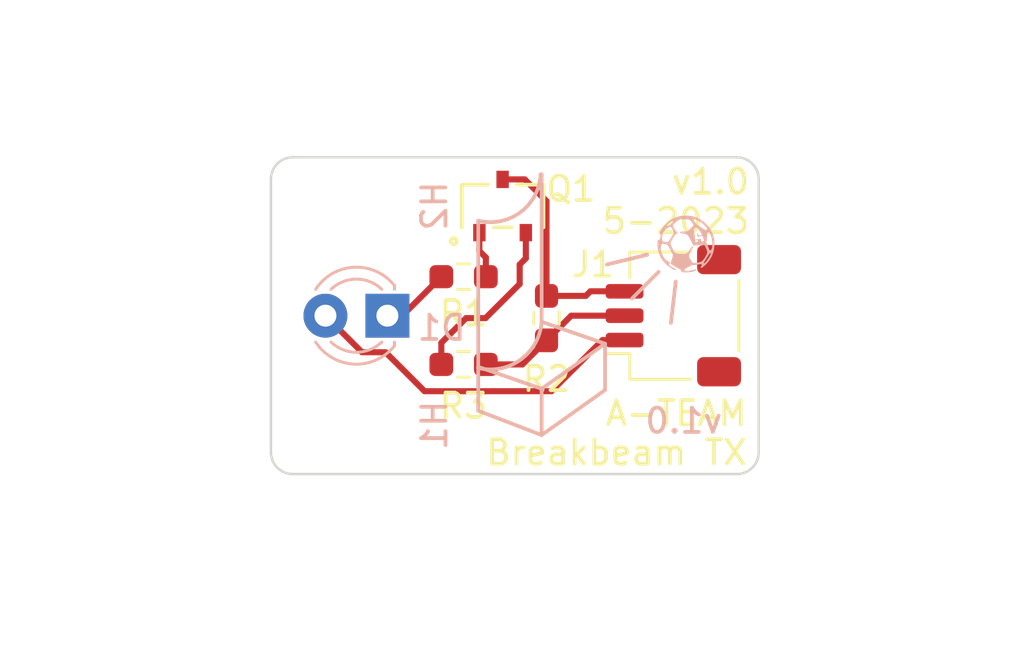
<source format=kicad_pcb>
(kicad_pcb (version 20221018) (generator pcbnew)
  (layers (0 "F.Cu" signal) (31 "B.Cu" signal) (34 "B.Paste" user) (35 "F.Paste" user) (36 "B.SilkS" user "B.Silkscreen") (37 "F.SilkS" user "F.Silkscreen") (38 "B.Mask" user) (39 "F.Mask" user) (44 "Edge.Cuts" user))
  (net 0 "")
  (net 1 "Net-(D1-K)")
  (net 2 "+3.3V")
  (net 3 "BALL_TX")
  (net 4 "GND")
  (net 5 "Net-(Q1-D)")
  (net 6 "Net-(Q1-G)")
  (footprint "Resistor_SMD:R_0603_1608Metric_Pad0.98x0.95mm_HandSolder" (layer "F.Cu") (at 126.4 61.9)
    (fp_text reference "R1" (at 0 1.5) (layer "F.SilkS") (effects (font (thickness 0.153))))
    (fp_text value "36" hide)
    (fp_line (start -0.254724 -0.5225) (end 0.254724 -0.5225) (stroke (width 0.12)) (layer "F.SilkS"))
    (fp_line (start -0.254724 0.5225) (end 0.254724 0.5225) (stroke (width 0.12)) (layer "F.SilkS"))
    (pad "1" smd roundrect (at -0.9125 0) (size 0.975 0.95) (layers "F.Cu" "F.Paste" "F.Mask") (net 1 "Net-(D1-K)"))
    (pad "2" smd roundrect (at 0.9125 0) (size 0.975 0.95) (layers "F.Cu" "F.Paste" "F.Mask") (net 5 "Net-(Q1-D)"))
  )
  (footprint "Connector_JST:JST_SH_SM03B-SRSS-TB_1x03-1MP_P1.00mm_Horizontal" (layer "F.Cu") (at 135 63.5 90)
    (fp_text reference "J1" (at 2.1 -3.3 180) (layer "F.SilkS") (effects (font (thickness 0.153))))
    (fp_text value "Conn_01x03" hide)
    (fp_line (start -2.61 -1.785) (end -1.56 -1.785) (stroke (width 0.12)) (layer "F.SilkS"))
    (fp_line (start -2.61 0.715) (end -2.61 -1.785) (stroke (width 0.12)) (layer "F.SilkS"))
    (fp_line (start -1.56 -1.785) (end -1.56 -2.775) (stroke (width 0.12)) (layer "F.SilkS"))
    (fp_line (start -1.44 2.685) (end 1.44 2.685) (stroke (width 0.12)) (layer "F.SilkS"))
    (fp_line (start 2.61 -1.785) (end 1.56 -1.785) (stroke (width 0.12)) (layer "F.SilkS"))
    (fp_line (start 2.61 0.715) (end 2.61 -1.785) (stroke (width 0.12)) (layer "F.SilkS"))
    (pad "1" smd roundrect (at -1 -2 90) (size 0.6 1.55) (layers "F.Cu" "F.Paste" "F.Mask") (net 2 "+3.3V"))
    (pad "2" smd roundrect (at 0 -2 90) (size 0.6 1.55) (layers "F.Cu" "F.Paste" "F.Mask") (net 3 "BALL_TX"))
    (pad "3" smd roundrect (at 1 -2 90) (size 0.6 1.55) (layers "F.Cu" "F.Paste" "F.Mask") (net 4 "GND"))
    (pad "MP" smd roundrect (at -2.3 1.875 90) (size 1.2 1.8) (layers "F.Cu" "F.Paste" "F.Mask") (roundrect_rratio 0.2083333333))
    (pad "MP" smd roundrect (at 2.3 1.875 90) (size 1.2 1.8) (layers "F.Cu" "F.Paste" "F.Mask") (roundrect_rratio 0.2083333333))
  )
  (footprint "Resistor_SMD:R_0603_1608Metric_Pad0.98x0.95mm_HandSolder" (layer "F.Cu") (at 129.8 63.6 90)
    (fp_text reference "R2" (at -2.5 0 180) (layer "F.SilkS") (effects (font (thickness 0.153))))
    (fp_text value "10k" hide)
    (fp_line (start -0.254724 -0.5225) (end 0.254724 -0.5225) (stroke (width 0.12)) (layer "F.SilkS"))
    (fp_line (start -0.254724 0.5225) (end 0.254724 0.5225) (stroke (width 0.12)) (layer "F.SilkS"))
    (pad "1" smd roundrect (at -0.9125 0 90) (size 0.975 0.95) (layers "F.Cu" "F.Paste" "F.Mask") (net 3 "BALL_TX"))
    (pad "2" smd roundrect (at 0.9125 0 90) (size 0.975 0.95) (layers "F.Cu" "F.Paste" "F.Mask") (net 4 "GND"))
  )
  (footprint "Resistor_SMD:R_0603_1608Metric_Pad0.98x0.95mm_HandSolder" (layer "F.Cu") (at 126.4 65.5 180)
    (fp_text reference "R3" (at 0 -1.7) (layer "F.SilkS") (effects (font (thickness 0.153))))
    (fp_text value "100" hide)
    (fp_line (start -0.254724 -0.5225) (end 0.254724 -0.5225) (stroke (width 0.12)) (layer "F.SilkS"))
    (fp_line (start -0.254724 0.5225) (end 0.254724 0.5225) (stroke (width 0.12)) (layer "F.SilkS"))
    (pad "1" smd roundrect (at -0.9125 0 180) (size 0.975 0.95) (layers "F.Cu" "F.Paste" "F.Mask") (net 3 "BALL_TX"))
    (pad "2" smd roundrect (at 0.9125 0 180) (size 0.975 0.95) (layers "F.Cu" "F.Paste" "F.Mask") (net 6 "Net-(Q1-G)"))
  )
  (footprint "MountingHole:MountingHole_2.2mm_M2" (layer "F.Cu") (at 122 68 -90)
    (fp_text reference "H1" (at 0 -3.2 90) (layer "B.SilkS") (effects (font (thickness 0.153)) (justify mirror)))
    (fp_text value "MountingHole" hide)
    (pad "" np_thru_hole circle (at 0 0 270) (size 2.2 2.2) (drill 2.2) (layers "*.Cu" "*.Mask"))
  )
  (footprint "MountingHole:MountingHole_2.2mm_M2" (layer "F.Cu") (at 122 59 -90)
    (fp_text reference "H2" (at 0 -3.2 90) (layer "B.SilkS") (effects (font (thickness 0.153)) (justify mirror)))
    (fp_text value "MountingHole" hide)
    (pad "" np_thru_hole circle (at 0 0 270) (size 2.2 2.2) (drill 2.2) (layers "*.Cu" "*.Mask"))
  )
  (footprint "breakbeam-emitter:SOT23-3_ROM-L" (layer "F.Cu") (at 128 59)
    (fp_text reference "Q1" (at 2.8 -0.7 unlocked) (layer "F.SilkS") (effects (font (thickness 0.153))))
    (fp_text value "RUC002N05T116" hide)
    (fp_line (start -1.6764 -0.8763) (end -1.6764 0.8763) (stroke (width 0.1524)) (layer "F.SilkS"))
    (fp_line (start -0.58674 -0.8763) (end -1.6764 -0.8763) (stroke (width 0.1524)) (layer "F.SilkS"))
    (fp_line (start -0.36576 0.8763) (end 0.36576 0.8763) (stroke (width 0.1524)) (layer "F.SilkS"))
    (fp_line (start 1.6764 -0.8763) (end 0.58674 -0.8763) (stroke (width 0.1524)) (layer "F.SilkS"))
    (fp_line (start 1.6764 0.8763) (end 1.6764 -0.8763) (stroke (width 0.1524)) (layer "F.SilkS"))
    (fp_circle (center -2.003837 1.443624) (end -1.876837 1.443624) (stroke (width 0.1524)) (fill none) (layer "F.SilkS"))
    (pad "1" smd rect (at -0.9525 1.0922) (size 0.508 0.7112) (layers "F.Cu" "F.Paste" "F.Mask") (net 5 "Net-(Q1-D)"))
    (pad "2" smd rect (at 0.9525 1.0922) (size 0.508 0.7112) (layers "F.Cu" "F.Paste" "F.Mask") (net 6 "Net-(Q1-G)"))
    (pad "3" smd rect (at 0 -1.0922) (size 0.508 0.7112) (layers "F.Cu" "F.Paste" "F.Mask") (net 4 "GND"))
  )
  (footprint "AT-Style:logo_3_mm_3_mm" (layer "B.Cu") (at 135.5 60.5 180)
    (fp_text reference "G***" hide)
    (fp_text value "LOGO" hide)
    (fp_poly (pts (xy 0.084667 1.104608) (xy 0.147904 1.099875) (xy 0.180206 1.095398) (xy 0.322169 1.061718) (xy 0.456925 1.011636) (xy 0.583926 0.945492) (xy 0.702625 0.86363) (xy 0.812473 0.766392) (xy 0.912923 0.65412) (xy 0.937606 0.622279) (xy 0.96758 0.579457) (xy 0.995872 0.533645) (xy 1.020561 0.48853) (xy 1.039727 0.447796) (xy 1.05145 0.415131) (xy 1.054204 0.398475) (xy 1.050505 0.373967) (xy 1.041173 0.343344) (xy 1.036058 0.330691) (xy 1.026275 0.304678) (xy 1.021897 0.279516) (xy 1.022111 0.248004) (xy 1.024011 0.224049) (xy 1.032764 0.173874) (xy 1.048446 0.139843) (xy 1.071494 0.121291) (xy 1.094133 0.117134) (xy 1.11474 0.112649) (xy 1.130013 0.097915) (xy 1.140723 0.071017) (xy 1.147639 0.030038) (xy 1.151479 -0.025662) (xy 1.149055 -0.14185) (xy 1.133304 -0.263808) (xy 1.105256 -0.386416) (xy 1.065944 -0.504554) (xy 1.044967 -0.554637) (xy 1.001368 -0.637177) (xy 0.944248 -0.722728) (xy 0.876763 -0.807472) (xy 0.802068 -0.887591) (xy 0.723321 -0.959267) (xy 0.68614 -0.988703) (xy 0.650923 -1.013429) (xy 0.609229 -1.039945) (xy 0.564453 -1.066397) (xy 0.519992 -1.090934) (xy 0.479244 -1.111702) (xy 0.445603 -1.12685) (xy 0.422468 -1.134525) (xy 0.41769 -1.135103) (xy 0.398369 -1.128601) (xy 0.392056 -1.111266) (xy 0.394137 -1.101175) (xy 0.403563 -1.092172) (xy 0.425342 -1.077938) (xy 0.455534 -1.060945) (xy 0.47046 -1.053236) (xy 0.514851 -1.029688) (xy 0.558935 -1.004152) (xy 0.599617 -0.978656) (xy 0.633804 -0.955229) (xy 0.658402 -0.935898) (xy 0.670318 -0.922691) (xy 0.670603 -0.922035) (xy 0.670027 -0.906629) (xy 0.662891 -0.882188) (xy 0.656894 -0.867611) (xy 0.646123 -0.84279) (xy 0.642773 -0.827688) (xy 0.646697 -0.815668) (xy 0.655489 -0.803127) (xy 0.674013 -0.786197) (xy 0.701759 -0.769103) (xy 0.717927 -0.761604) (xy 0.774833 -0.733656) (xy 0.820874 -0.698694) (xy 0.860483 -0.654807) (xy 0.884639 -0.619991) (xy 0.911635 -0.57453) (xy 0.939236 -0.522937) (xy 0.965206 -0.469727) (xy 0.98731 -0.419416) (xy 1.003314 -0.376518) (xy 1.00966 -0.353465) (xy 1.015497 -0.306736) (xy 1.01581 -0.254286) (xy 1.011248 -0.200335) (xy 1.002457 -0.149101) (xy 0.990086 -0.104805) (xy 0.974784 -0.071668) (xy 0.964418 -0.058854) (xy 0.948814 -0.048979) (xy 0.928069 -0.046231) (xy 0.902686 -0.048486) (xy 0.855094 -0.056552) (xy 0.809686 -0.067349) (xy 0.770998 -0.079553) (xy 0.743563 -0.091837) (xy 0.735843 -0.097264) (xy 0.724948 -0.111402) (xy 0.708684 -0.137747) (xy 0.689443 -0.172241) (xy 0.673638 -0.202731) (xy 0.648627 -0.251257) (xy 0.619077 -0.306529) (xy 0.589689 -0.359822) (xy 0.576051 -0.383824) (xy 0.554573 -0.4222) (xy 0.53626 -0.456967) (xy 0.523222 -0.483987) (xy 0.517815 -0.497964) (xy 0.518169 -0.515433) (xy 0.523346 -0.546033) (xy 0.532286 -0.58586) (xy 0.543932 -0.63101) (xy 0.557224 -0.677582) (xy 0.571104 -0.721672) (xy 0.584512 -0.759375) (xy 0.595883 -0.785789) (xy 0.609593 -0.820079) (xy 0.610489 -0.846657) (xy 0.598377 -0.870676) (xy 0.592427 -0.877872) (xy 0.574232 -0.89389) (xy 0.543121 -0.916456) (xy 0.502109 -0.943696) (xy 0.454212 -0.97374) (xy 0.402445 -1.004714) (xy 0.349825 -1.034748) (xy 0.299368 -1.061967) (xy 0.279395 -1.072186) (xy 0.238711 -1.093223) (xy 0.211645 -1.109113) (xy 0.195324 -1.121967) (xy 0.186873 -1.133896) (xy 0.18426 -1.142049) (xy 0.174845 -1.176104) (xy 0.162161 -1.197038) (xy 0.142441 -1.209743) (xy 0.128328 -1.21467) (xy 0.097761 -1.220116) (xy 0.052703 -1.223141) (xy -0.003478 -1.223729) (xy -0.067413 -1.221863) (xy -0.135733 -1.217528) (xy -0.153377 -1.216032) (xy -0.20402 -1.210554) (xy -0.248617 -1.20313) (xy -0.293991 -1.192294) (xy -0.346968 -1.176579) (xy -0.367262 -1.170079) (xy -0.408108 -1.153427) (xy -0.431117 -1.135776) (xy -0.436223 -1.117189) (xy -0.432634 -1.108492) (xy -0.426649 -1.104147) (xy -0.414253 -1.103201) (xy -0.392797 -1.106021) (xy -0.359637 -1.112977) (xy -0.312124 -1.124434) (xy -0.304866 -1.126246) (xy -0.228096 -1.143572) (xy -0.160195 -1.154429) (xy -0.093707 -1.159979) (xy -0.085598 -1.160339) (xy -0.041745 -1.161866) (xy -0.012168 -1.161889) (xy 0.006849 -1.159927) (xy 0.019023 -1.1555) (xy 0.02807 -1.148126) (xy 0.030713 -1.145286) (xy 0.042195 -1.125336) (xy 0.039025 -1.10582) (xy 0.020353 -1.085606) (xy -0.014673 -1.063561) (xy -0.04058 -1.050549) (xy -0.081289 -1.030115) (xy -0.123545 -1.007134) (xy -0.158639 -0.986356) (xy -0.160621 -0.985094) (xy -0.19832 -0.962012) (xy -0.230453 -0.945786) (xy -0.262363 -0.934743) (xy -0.299391 -0.927213) (xy -0.346878 -0.921525) (xy -0.370873 -0.919314) (xy -0.422852 -0.91392) (xy -0.478609 -0.906792) (xy -0.529599 -0.899073) (xy -0.552385 -0.895016) (xy -0.598485 -0.887405) (xy -0.630143 -0.885808) (xy -0.650086 -0.890779) (xy -0.661046 -0.902871) (xy -0.665154 -0.917858) (xy -0.661162 -0.937874) (xy -0.646567 -0.96398) (xy -0.640319 -0.972368) (xy -0.621783 -1.001625) (xy -0.618104 -1.022852) (xy -0.628984 -1.034956) (xy -0.654125 -1.036841) (xy -0.657751 -1.036378) (xy -0.677934 -1.028048) (xy -0.707671 -1.008677) (xy -0.744269 -0.98044) (xy -0.785034 -0.945517) (xy -0.827272 -0.906083) (xy -0.860752 -0.872292) (xy -0.955699 -0.761086) (xy -1.033991 -0.643709) (xy -1.095913 -0.519473) (xy -1.119157 -0.452647) (xy -1.034917 -0.452647) (xy -1.030701 -0.471114) (xy -1.01875 -0.500241) (xy -1.005427 -0.528715) (xy -0.951332 -0.626641) (xy -0.882784 -0.725865) (xy -0.838107 -0.781642) (xy -0.806829 -0.816867) (xy -0.783769 -0.838046) (xy -0.76732 -0.84624) (xy -0.755874 -0.842511) (xy -0.752474 -0.838143) (xy -0.750668 -0.830293) (xy -0.753961 -0.817964) (xy -0.763581 -0.798841) (xy -0.780757 -0.770608) (xy -0.80672 -0.730949) (xy -0.819541 -0.711813) (xy -0.84784 -0.668557) (xy -0.879705 -0.61801) (xy -0.909869 -0.568584) (xy -0.921088 -0.549627) (xy -0.951259 -0.5) (xy -0.975323 -0.465326) (xy -0.994586 -0.444134) (xy -1.010356 -0.434954) (xy -1.022332 -0.435623) (xy -1.031944 -0.441823) (xy -1.034917 -0.452647) (xy -1.119157 -0.452647) (xy -1.134597 -0.408255) (xy -0.888575 -0.408255) (xy -0.883604 -0.438286) (xy -0.87115 -0.472343) (xy -0.850239 -0.514355) (xy -0.828028 -0.554133) (xy -0.784291 -0.626835) (xy -0.744445 -0.684407) (xy -0.706503 -0.728751) (xy -0.668483 -0.761774) (xy -0.6284 -0.78538) (xy -0.584269 -0.801474) (xy -0.565544 -0.806123) (xy -0.480251 -0.822947) (xy -0.410281 -0.832088) (xy -0.354673 -0.83358) (xy -0.312463 -0.827455) (xy -0.285691 -0.815826) (xy -0.270951 -0.800393) (xy -0.251505 -0.772018) (xy -0.229293 -0.73451) (xy -0.206253 -0.69168) (xy -0.184326 -0.647335) (xy -0.16545 -0.605285) (xy -0.151565 -0.56934) (xy -0.14461 -0.543307) (xy -0.144164 -0.537845) (xy -0.147275 -0.513583) (xy -0.157143 -0.482216) (xy -0.174567 -0.441954) (xy -0.200349 -0.391005) (xy -0.235291 -0.327575) (xy -0.248545 -0.304336) (xy -0.273479 -0.260561) (xy -0.290366 -0.229432) (xy -0.300282 -0.208057) (xy -0.304304 -0.193542) (xy -0.30351 -0.182995) (xy -0.298975 -0.173521) (xy -0.297883 -0.171767) (xy -0.288461 -0.163743) (xy -0.2757 -0.166034) (xy -0.258523 -0.179724) (xy -0.235853 -0.205893) (xy -0.206613 -0.245626) (xy -0.169723 -0.300003) (xy -0.168753 -0.301469) (xy -0.135355 -0.351856) (xy -0.108097 -0.390613) (xy -0.083921 -0.41924) (xy -0.059765 -0.439233) (xy -0.032569 -0.45209) (xy 0.000726 -0.459309) (xy 0.043181 -0.462387) (xy 0.097856 -0.462823) (xy 0.159664 -0.462197) (xy 0.216389 -0.461112) (xy 0.269289 -0.459207) (xy 0.314794 -0.456678) (xy 0.349331 -0.453722) (xy 0.369023 -0.450622) (xy 0.394699 -0.440707) (xy 0.418808 -0.424203) (xy 0.442847 -0.399192) (xy 0.468313 -0.363757) (xy 0.496704 -0.315981) (xy 0.529516 -0.253946) (xy 0.542055 -0.229047) (xy 0.572309 -0.167934) (xy 0.594705 -0.119086) (xy 0.609081 -0.078961) (xy 0.615277 -0.044017) (xy 0.613131 -0.01071) (xy 0.602484 0.024501) (xy 0.583173 0.06516) (xy 0.555039 0.114808) (xy 0.524087 0.16669) (xy 0.479843 0.236435) (xy 0.439447 0.29103) (xy 0.401232 0.332484) (xy 0.363529 0.362802) (xy 0.358159 0.366296) (xy 0.332074 0.388121) (xy 0.323994 0.409295) (xy 0.326568 0.414651) (xy 0.477545 0.414651) (xy 0.481008 0.395017) (xy 0.492197 0.36837) (xy 0.512313 0.332277) (xy 0.539444 0.289081) (xy 0.567882 0.244422) (xy 0.596961 0.197324) (xy 0.622887 0.154005) (xy 0.638867 0.126144) (xy 0.671465 0.07288) (xy 0.700895 0.036572) (xy 0.727824 0.01657) (xy 0.752922 0.012222) (xy 0.755369 0.012626) (xy 0.776906 0.016726) (xy 0.808659 0.022629) (xy 0.837957 0.027999) (xy 0.889113 0.039339) (xy 0.92477 0.053122) (xy 0.947446 0.071613) (xy 0.959663 0.097076) (xy 0.963939 0.131775) (xy 0.964065 0.14132) (xy 0.961444 0.186557) (xy 0.95445 0.241788) (xy 0.944285 0.300185) (xy 0.932154 0.354919) (xy 0.91926 0.399162) (xy 0.917958 0.402794) (xy 0.890258 0.454702) (xy 0.844732 0.508014) (xy 0.781332 0.562782) (xy 0.726826 0.601655) (xy 0.685899 0.627444) (xy 0.655294 0.642399) (xy 0.631627 0.647388) (xy 0.611517 0.643279) (xy 0.597049 0.63497) (xy 0.581205 0.618457) (xy 0.56104 0.589879) (xy 0.538906 0.553574) (xy 0.517156 0.513879) (xy 0.498144 0.475133) (xy 0.484221 0.441673) (xy 0.477741 0.417836) (xy 0.477545 0.414651) (xy 0.326568 0.414651) (xy 0.333922 0.429953) (xy 0.359625 0.448989) (xy 0.38635 0.470048) (xy 0.415117 0.502572) (xy 0.44366 0.542651) (xy 0.469713 0.586377) (xy 0.491012 0.629839) (xy 0.50529 0.669129) (xy 0.510283 0.700336) (xy 0.509584 0.707795) (xy 0.499597 0.728975) (xy 0.477791 0.757663) (xy 0.447117 0.791044) (xy 0.410529 0.826305) (xy 0.370977 0.860631) (xy 0.366113 0.86439) (xy 0.515245 0.86439) (xy 0.523853 0.840863) (xy 0.547531 0.80872) (xy 0.56002 0.795222) (xy 0.603054 0.754519) (xy 0.644716 0.721654) (xy 0.683065 0.697538) (xy 0.716161 0.683079) (xy 0.742063 0.679187) (xy 0.758831 0.686772) (xy 0.764121 0.699579) (xy 0.758505 0.716384) (xy 0.739414 0.740595) (xy 0.708819 0.770336) (xy 0.668692 0.803733) (xy 0.621006 0.838911) (xy 0.608499 0.847517) (xy 0.568334 0.870865) (xy 0.538636 0.880632) (xy 0.520556 0.87806) (xy 0.515245 0.86439) (xy 0.366113 0.86439) (xy 0.331415 0.891207) (xy 0.294794 0.915221) (xy 0.28797 0.919049) (xy 0.229763 0.950585) (xy 0.067577 0.950585) (xy 0.012686 0.950185) (xy -0.038303 0.949074) (xy -0.081685 0.947389) (xy -0.113759 0.945268) (xy -0.128934 0.943319) (xy -0.166589 0.92726) (xy -0.207779 0.894774) (xy -0.251382 0.846846) (xy -0.275643 0.814739) (xy -0.297951 0.783044) (xy -0.313288 0.757721) (xy -0.320859 0.73609) (xy -0.319864 0.715474) (xy -0.309507 0.693194) (xy -0.28899 0.666572) (xy -0.257517 0.632929) (xy -0.214289 0.589586) (xy -0.206236 0.581581) (xy -0.085598 0.461622) (xy 0.049557 0.456928) (xy 0.107757 0.454655) (xy 0.150512 0.452122) (xy 0.180395 0.448801) (xy 0.199981 0.444162) (xy 0.211842 0.437677) (xy 0.218552 0.428817) (xy 0.221335 0.421647) (xy 0.222774 0.403459) (xy 0.212758 0.389793) (xy 0.189533 0.379785) (xy 0.151344 0.372568) (xy 0.113831 0.368635) (xy 0.054562 0.362668) (xy 0.009713 0.355389) (xy -0.024318 0.345604) (xy -0.051132 0.332118) (xy -0.074328 0.313734) (xy -0.085598 0.302436) (xy -0.102241 0.281003) (xy -0.124676 0.246799) (xy -0.150956 0.203327) (xy -0.179134 0.154091) (xy -0.207261 0.102594) (xy -0.233392 0.052339) (xy -0.255577 0.006828) (xy -0.271871 -0.030434) (xy -0.274643 -0.037638) (xy -0.297028 -0.081739) (xy -0.325165 -0.109484) (xy -0.35852 -0.120373) (xy -0.36267 -0.120522) (xy -0.380565 -0.119741) (xy -0.413085 -0.117428) (xy -0.456926 -0.113854) (xy -0.508781 -0.109288) (xy -0.565346 -0.104002) (xy -0.570862 -0.103471) (xy -0.749777 -0.086186) (xy -0.77871 -0.117757) (xy -0.799917 -0.147286) (xy -0.822832 -0.189902) (xy -0.845426 -0.241062) (xy -0.865671 -0.296222) (xy -0.879958 -0.344561) (xy -0.887035 -0.378323) (xy -0.888575 -0.408255) (xy -1.134597 -0.408255) (xy -1.141751 -0.387687) (xy -1.17179 -0.247663) (xy -1.186317 -0.098711) (xy -1.186846 -0.085598) (xy -1.185827 -0.044829) (xy -1.097503 -0.044829) (xy -1.09585 -0.118687) (xy -1.089597 -0.18542) (xy -1.079548 -0.236539) (xy -1.065057 -0.274174) (xy -1.045479 -0.300455) (xy -1.039067 -0.306015) (xy -1.01609 -0.317991) (xy -0.996852 -0.313342) (xy -0.979333 -0.291427) (xy -0.976522 -0.286213) (xy -0.963624 -0.258353) (xy -0.951501 -0.227848) (xy -0.951017 -0.226485) (xy -0.942495 -0.204802) (xy -0.928473 -0.171733) (xy -0.911078 -0.132218) (xy -0.896743 -0.100544) (xy -0.854031 -0.007368) (xy -0.863375 0.055455) (xy -0.764515 0.055455) (xy -0.70888 0.047435) (xy -0.679008 0.043996) (xy -0.656812 0.043054) (xy -0.647914 0.044486) (xy -0.643291 0.055412) (xy -0.636816 0.078474) (xy -0.6315 0.101366) (xy -0.629064 0.11017) (xy -0.504576 0.11017) (xy -0.504576 0.069199) (xy -0.50365 0.047029) (xy -0.498532 0.033166) (xy -0.485714 0.025392) (xy -0.461688 0.02149) (xy -0.425736 0.019371) (xy -0.405455 0.020319) (xy -0.397528 0.028266) (xy -0.396452 0.039809) (xy -0.394367 0.062721) (xy -0.391296 0.075037) (xy -0.39065 0.084306) (xy -0.398908 0.091264) (xy -0.418914 0.097085) (xy -0.453513 0.102942) (xy -0.461777 0.104128) (xy -0.504576 0.11017) (xy -0.629064 0.11017) (xy -0.623197 0.131374) (xy -0.614216 0.149495) (xy -0.608728 0.153175) (xy -0.595267 0.151708) (xy -0.568746 0.147819) (xy -0.533842 0.142279) (xy -0.49523 0.135858) (xy -0.457586 0.129326) (xy -0.425586 0.123454) (xy -0.41222 0.120811) (xy -0.395385 0.11896) (xy -0.388644 0.126112) (xy -0.387431 0.145701) (xy -0.38595 0.177592) (xy -0.381926 0.222577) (xy -0.375963 0.276006) (xy -0.368665 0.333232) (xy -0.360635 0.389603) (xy -0.352477 0.440472) (xy -0.344794 0.481188) (xy -0.342594 0.491061) (xy -0.335465 0.525065) (xy -0.331407 0.552125) (xy -0.331047 0.567689) (xy -0.331776 0.569461) (xy -0.342747 0.575576) (xy -0.365808 0.58569) (xy -0.396099 0.59768) (xy -0.398005 0.598399) (xy -0.458103 0.62102) (xy -0.511573 0.563861) (xy -0.54853 0.520475) (xy -0.58629 0.469518) (xy -0.621094 0.416577) (xy -0.649181 0.367243) (xy -0.661604 0.340847) (xy -0.675421 0.307768) (xy -0.628449 0.297694) (xy -0.597616 0.290949) (xy -0.571384 0.284984) (xy -0.561896 0.282706) (xy -0.545299 0.283246) (xy -0.536177 0.298238) (xy -0.535997 0.298829) (xy -0.529162 0.314798) (xy -0.517151 0.337515) (xy -0.502744 0.362346) (xy -0.488724 0.384662) (xy -0.47787 0.399829) (xy -0.473117 0.403553) (xy -0.472823 0.393658) (xy -0.474539 0.371138) (xy -0.477656 0.341196) (xy -0.481566 0.309038) (xy -0.485658 0.279867) (xy -0.489325 0.258886) (xy -0.490678 0.253495) (xy -0.494106 0.247482) (xy -0.50134 0.244066) (xy -0.514681 0.243518) (xy -0.536428 0.246106) (xy -0.568881 0.2521) (xy -0.614341 0.26177) (xy -0.672597 0.274817) (xy -0.682433 0.275062) (xy -0.69114 0.268854) (xy -0.700691 0.253291) (xy -0.713057 0.22547) (xy -0.723152 0.200419) (xy -0.737724 0.16145) (xy -0.74994 0.124795) (xy -0.757873 0.096391) (xy -0.759435 0.088547) (xy -0.764515 0.055455) (xy -0.863375 0.055455) (xy -0.864281 0.06155) (xy -0.868604 0.097438) (xy -0.872955 0.145293) (xy -0.876846 0.199071) (xy -0.879793 0.252726) (xy -0.879967 0.256703) (xy -0.883046 0.314055) (xy -0.887184 0.355782) (xy -0.893261 0.384279) (xy -0.902154 0.401942) (xy -0.914743 0.411164) (xy -0.931904 0.414341) (xy -0.937823 0.414473) (xy -0.960299 0.410385) (xy -0.979726 0.396269) (xy -0.999048 0.369352) (xy -1.01296 0.343647) (xy -1.047596 0.259838) (xy -1.073765 0.164183) (xy -1.090667 0.06114) (xy -1.097503 -0.044829) (xy -1.185827 -0.044829) (xy -1.183275 0.057324) (xy -1.162321 0.196042) (xy -1.124291 0.329801) (xy -1.069489 0.457844) (xy -1.018603 0.544651) (xy -0.897017 0.544651) (xy -0.890254 0.534676) (xy -0.887571 0.531671) (xy -0.871076 0.518208) (xy -0.8516 0.513055) (xy -0.826907 0.516854) (xy -0.794762 0.53025) (xy -0.752928 0.553887) (xy -0.705817 0.584004) (xy -0.662746 0.612138) (xy -0.620744 0.639028) (xy -0.584191 0.661906) (xy -0.557465 0.678003) (xy -0.554132 0.679913) (xy -0.506534 0.707944) (xy -0.4715 0.731752) (xy -0.445176 0.754548) (xy -0.423709 0.779541) (xy -0.409027 0.800808) (xy -0.386771 0.834814) (xy -0.363578 0.869537) (xy -0.34952 0.890133) (xy -0.3319 0.920259) (xy -0.328624 0.940284) (xy -0.340049 0.951473) (xy -0.366531 0.955086) (xy -0.367879 0.955091) (xy -0.393622 0.950348) (xy -0.430695 0.937303) (xy -0.475491 0.917726) (xy -0.5244 0.89339) (xy -0.573812 0.866067) (xy -0.620118 0.837529) (xy -0.651158 0.81601) (xy -0.697074 0.779191) (xy -0.746018 0.735085) (xy -0.793692 0.687968) (xy -0.835795 0.642114) (xy -0.868028 0.601798) (xy -0.871305 0.597134) (xy -0.88871 0.571181) (xy -0.896891 0.555253) (xy -0.897017 0.544651) (xy -1.018603 0.544651) (xy -0.998222 0.579418) (xy -0.910794 0.693765) (xy -0.842106 0.767168) (xy -0.735934 0.862099) (xy -0.625713 0.940392) (xy -0.509057 1.00335) (xy -0.383578 1.05228) (xy -0.25903 1.085866) (xy -0.204526 1.094879) (xy -0.137534 1.101377) (xy -0.063424 1.105242) (xy 0.012433 1.106358)) (fill solid) (layer "B.SilkS"))
  )
  (footprint "LED_THT:LED_D3.0mm" (layer "B.Cu") (at 123.275 63.5 180)
    (fp_text reference "D1" (at -2.225 -0.5) (layer "B.SilkS") (effects (font (thickness 0.153)) (justify mirror)))
    (fp_text value "OP166A")
    (fp_line (start -0.29 -1.08) (end -0.29 -1.236) (stroke (width 0.12)) (layer "B.SilkS"))
    (fp_line (start -0.29 1.236) (end -0.29 1.08) (stroke (width 0.12)) (layer "B.SilkS"))
    (fp_arc (start -0.29 -1.235516) (mid 1.366487 -1.987659) (end 2.942335 -1.078608) (stroke (width 0.12)) (layer "B.SilkS"))
    (fp_arc (start 0.229039 -1.08) (mid 1.270117 -1.5) (end 2.31113 -1.079837) (stroke (width 0.12)) (layer "B.SilkS"))
    (fp_arc (start 2.31113 1.079837) (mid 1.270117 1.5) (end 0.229039 1.08) (stroke (width 0.12)) (layer "B.SilkS"))
    (fp_arc (start 2.942335 1.078608) (mid 1.366487 1.987659) (end -0.29 1.235516) (stroke (width 0.12)) (layer "B.SilkS"))
    (pad "1" thru_hole rect (at 0 0 180) (size 1.8 1.8) (drill 0.9) (layers "*.Cu" "*.Mask") (net 1 "Net-(D1-K)"))
    (pad "2" thru_hole circle (at 2.54 0 180) (size 1.8 1.8) (drill 0.9) (layers "*.Cu" "*.Mask") (net 2 "+3.3V"))
  )
  (gr_line (start 132.2 66.55) (end 132.2 64.65) (stroke (width 0.153)) (layer "B.SilkS"))
  (gr_line (start 127 67.4) (end 129.6 68.4) (stroke (width 0.153)) (layer "B.SilkS"))
  (gr_line (start 132.2 64.65) (end 129.6 66.5) (stroke (width 0.153)) (layer "B.SilkS"))
  (gr_line (start 132.2 66.55) (end 129.6 68.4) (stroke (width 0.153)) (layer "B.SilkS"))
  (gr_line (start 134.4 61.7) (end 133.3 62.8) (stroke (width 0.153)) (layer "B.SilkS"))
  (gr_arc (start 129.55922 57.698058) (mid 128.72969 59.25465) (end 126.999999 59.6) (stroke (width 0.153)) (layer "B.SilkS"))
  (gr_line (start 135.1 62.1) (end 134.9 63.8) (stroke (width 0.153)) (layer "B.SilkS"))
  (gr_line (start 129.6 68.4) (end 129.6 66.5) (stroke (width 0.153)) (layer "B.SilkS"))
  (gr_line (start 126.999999 59.6) (end 127 65.6) (stroke (width 0.153)) (layer "B.SilkS"))
  (gr_line (start 132.2 64.65) (end 129.6 63.75) (stroke (width 0.153)) (layer "B.SilkS"))
  (gr_line (start 129.6 57.7) (end 129.6 63.75) (stroke (width 0.153)) (layer "B.SilkS"))
  (gr_line (start 133.925 61) (end 132.275 61.4) (stroke (width 0.153)) (layer "B.SilkS"))
  (gr_line (start 129.6 66.5) (end 127 65.6) (stroke (width 0.153)) (layer "B.SilkS"))
  (gr_line (start 127 65.6) (end 127 67.4) (stroke (width 0.153)) (layer "B.SilkS"))
  (gr_arc (start 129.599999 63.75) (mid 128.735681 65.304579) (end 126.989377 65.642488) (stroke (width 0.153)) (layer "B.SilkS"))
  (gr_line (start 119.4 70) (end 137.6 70) (stroke (width 0.1)) (layer "Edge.Cuts"))
  (gr_line (start 138.5 69.1) (end 138.5 57.9) (stroke (width 0.1)) (layer "Edge.Cuts"))
  (gr_arc (start 119.4 70) (mid 118.763604 69.736396) (end 118.5 69.1) (stroke (width 0.1)) (layer "Edge.Cuts"))
  (gr_arc (start 118.5 57.9) (mid 118.763604 57.263604) (end 119.4 57) (stroke (width 0.1)) (layer "Edge.Cuts"))
  (gr_line (start 137.6 57) (end 119.4 57) (stroke (width 0.1)) (layer "Edge.Cuts"))
  (gr_arc (start 138.5 69.1) (mid 138.236396 69.736396) (end 137.6 70) (stroke (width 0.1)) (layer "Edge.Cuts"))
  (gr_arc (start 137.6 57) (mid 138.236396 57.263604) (end 138.5 57.9) (stroke (width 0.1)) (layer "Edge.Cuts"))
  (gr_line (start 118.5 69.1) (end 118.5 57.9) (stroke (width 0.1)) (layer "Edge.Cuts"))
  (gr_text "v1.0" (at 137.1 68.4) (layer "B.SilkS") (effects (font (size 1 1) (thickness 0.153)) (justify left bottom mirror)))
  (gr_text "A-TEAM\nBreakbeam TX" (at 138.1 69.7) (layer "F.SilkS") (effects (font (size 1 1) (thickness 0.153)) (justify right bottom)))
  (gr_text "v1.0\n5-2023" (at 138.2 60.2) (layer "F.SilkS") (effects (font (size 1 1) (thickness 0.153)) (justify right bottom)))
  (segment (start 125.4875 61.9) (end 123.8875 63.5) (width 0.25) (layer "F.Cu") (net 1))
  (segment (start 123.8875 63.5) (end 123.275 63.5) (width 0.25) (layer "F.Cu") (net 1))
  (segment (start 130 66.6) (end 124.8 66.6) (width 0.25) (layer "F.Cu") (net 2))
  (segment (start 123.2 65) (end 122.235 65) (width 0.25) (layer "F.Cu") (net 2))
  (segment (start 122.235 65) (end 120.735 63.5) (width 0.25) (layer "F.Cu") (net 2))
  (segment (start 133 64.5) (end 132.1 64.5) (width 0.25) (layer "F.Cu") (net 2))
  (segment (start 124.8 66.6) (end 123.2 65) (width 0.25) (layer "F.Cu") (net 2))
  (segment (start 132.1 64.5) (end 130 66.6) (width 0.25) (layer "F.Cu") (net 2))
  (segment (start 130.8125 63.5) (end 133 63.5) (width 0.25) (layer "F.Cu") (net 3))
  (segment (start 127.3125 65.5) (end 128.8125 65.5) (width 0.25) (layer "F.Cu") (net 3))
  (segment (start 128.8125 65.5) (end 130.8125 63.5) (width 0.25) (layer "F.Cu") (net 3))
  (segment (start 131.4125 62.6875) (end 129.8 62.6875) (width 0.25) (layer "F.Cu") (net 4))
  (segment (start 131.6 62.5) (end 131.4125 62.6875) (width 0.25) (layer "F.Cu") (net 4))
  (segment (start 128.9078 57.9078) (end 128 57.9078) (width 0.25) (layer "F.Cu") (net 4))
  (segment (start 129.8 62.6875) (end 129.8 58.8) (width 0.25) (layer "F.Cu") (net 4))
  (segment (start 129.8 58.8) (end 128.9078 57.9078) (width 0.25) (layer "F.Cu") (net 4))
  (segment (start 133 62.5) (end 131.6 62.5) (width 0.25) (layer "F.Cu") (net 4))
  (segment (start 127.0475 60.8475) (end 127.0475 60.0922) (width 0.25) (layer "F.Cu") (net 5))
  (segment (start 127.3125 61.9) (end 127.3125 61.1125) (width 0.25) (layer "F.Cu") (net 5))
  (segment (start 127.3125 61.1125) (end 127.0475 60.8475) (width 0.25) (layer "F.Cu") (net 5))
  (segment (start 127.3 63.6) (end 128.7 62.2) (width 0.25) (layer "F.Cu") (net 6))
  (segment (start 128.7 61.4) (end 128.9525 61.1475) (width 0.25) (layer "F.Cu") (net 6))
  (segment (start 128.7 62.2) (end 128.7 61.4) (width 0.25) (layer "F.Cu") (net 6))
  (segment (start 125.4875 65.5) (end 125.4875 64.6125) (width 0.25) (layer "F.Cu") (net 6))
  (segment (start 128.9525 61.1475) (end 128.9525 60.0922) (width 0.25) (layer "F.Cu") (net 6))
  (segment (start 125.4875 64.6125) (end 126.5 63.6) (width 0.25) (layer "F.Cu") (net 6))
  (segment (start 126.5 63.6) (end 127.3 63.6) (width 0.25) (layer "F.Cu") (net 6))
)
</source>
